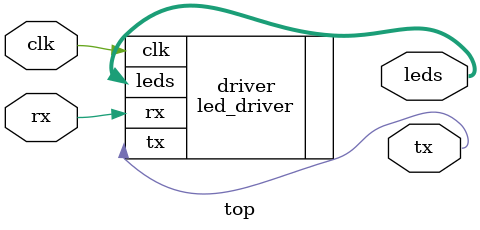
<source format=v>
module top (
    input clk,
    input rx,
    output tx,
    output [5:0] leds);

led_driver driver (
    .clk(clk),
    .rx(rx),
    .tx(tx),
    .leds(leds));

endmodule
</source>
